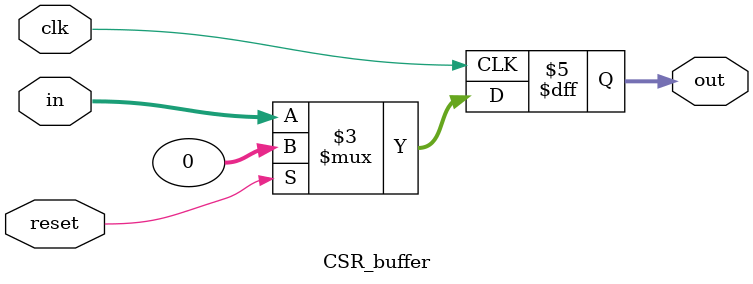
<source format=sv>
module CSR_buffer(input logic clk, reset, input logic [31:0] in, 
				  output logic [31:0] out);
	always_ff @(posedge clk) begin
		if (reset) out <= 0;
		else out <= in;
	end
endmodule

</source>
